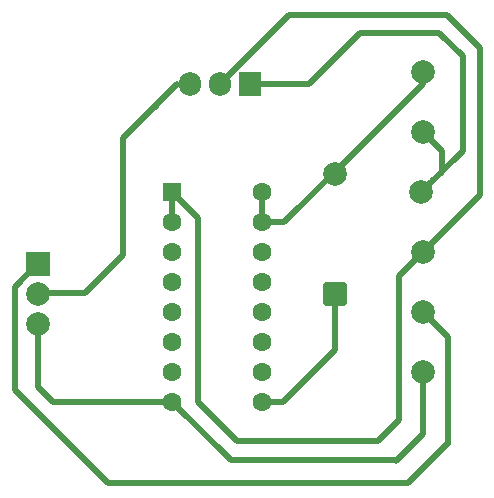
<source format=gbr>
%TF.GenerationSoftware,KiCad,Pcbnew,9.0.3-9.0.3-0~ubuntu24.04.1*%
%TF.CreationDate,2025-07-21T18:35:06+02:00*%
%TF.ProjectId,humidity-control,68756d69-6469-4747-992d-636f6e74726f,rev?*%
%TF.SameCoordinates,Original*%
%TF.FileFunction,Copper,L2,Bot*%
%TF.FilePolarity,Positive*%
%FSLAX46Y46*%
G04 Gerber Fmt 4.6, Leading zero omitted, Abs format (unit mm)*
G04 Created by KiCad (PCBNEW 9.0.3-9.0.3-0~ubuntu24.04.1) date 2025-07-21 18:35:06*
%MOMM*%
%LPD*%
G01*
G04 APERTURE LIST*
G04 Aperture macros list*
%AMRoundRect*
0 Rectangle with rounded corners*
0 $1 Rounding radius*
0 $2 $3 $4 $5 $6 $7 $8 $9 X,Y pos of 4 corners*
0 Add a 4 corners polygon primitive as box body*
4,1,4,$2,$3,$4,$5,$6,$7,$8,$9,$2,$3,0*
0 Add four circle primitives for the rounded corners*
1,1,$1+$1,$2,$3*
1,1,$1+$1,$4,$5*
1,1,$1+$1,$6,$7*
1,1,$1+$1,$8,$9*
0 Add four rect primitives between the rounded corners*
20,1,$1+$1,$2,$3,$4,$5,0*
20,1,$1+$1,$4,$5,$6,$7,0*
20,1,$1+$1,$6,$7,$8,$9,0*
20,1,$1+$1,$8,$9,$2,$3,0*%
G04 Aperture macros list end*
%TA.AperFunction,ComponentPad*%
%ADD10C,2.000000*%
%TD*%
%TA.AperFunction,ComponentPad*%
%ADD11R,2.000000X2.000000*%
%TD*%
%TA.AperFunction,ComponentPad*%
%ADD12RoundRect,0.250000X-0.550000X-0.550000X0.550000X-0.550000X0.550000X0.550000X-0.550000X0.550000X0*%
%TD*%
%TA.AperFunction,ComponentPad*%
%ADD13C,1.600000*%
%TD*%
%TA.AperFunction,ComponentPad*%
%ADD14RoundRect,0.250000X0.750000X-0.750000X0.750000X0.750000X-0.750000X0.750000X-0.750000X-0.750000X0*%
%TD*%
%TA.AperFunction,ComponentPad*%
%ADD15R,1.905000X2.000000*%
%TD*%
%TA.AperFunction,ComponentPad*%
%ADD16O,1.905000X2.000000*%
%TD*%
%TA.AperFunction,Conductor*%
%ADD17C,0.500000*%
%TD*%
%TA.AperFunction,Conductor*%
%ADD18C,0.200000*%
%TD*%
G04 APERTURE END LIST*
D10*
%TO.P,HDT11,3*%
%TO.N,N/C*%
X125018800Y-97332800D03*
%TO.P,HDT11,2*%
X125018800Y-94752800D03*
D11*
%TO.P,HDT11,1*%
X125018800Y-92252800D03*
%TD*%
D10*
%TO.P,,3*%
%TO.N,N/C*%
X157454600Y-86156800D03*
%TD*%
%TO.P,,6*%
%TO.N,N/C*%
X157581600Y-101396800D03*
%TD*%
%TO.P,,1*%
%TO.N,N/C*%
X157581600Y-75996800D03*
%TD*%
D12*
%TO.P,ULN7002A,1*%
%TO.N,N/C*%
X136321800Y-86131400D03*
D13*
%TO.P,ULN7002A,2*%
X136321800Y-88671400D03*
%TO.P,ULN7002A,3*%
X136321800Y-91211400D03*
%TO.P,ULN7002A,4*%
X136321800Y-93751400D03*
%TO.P,ULN7002A,5*%
X136321800Y-96291400D03*
%TO.P,ULN7002A,6*%
X136321800Y-98831400D03*
%TO.P,ULN7002A,7*%
X136321800Y-101371400D03*
%TO.P,ULN7002A,8*%
X136321800Y-103911400D03*
%TO.P,ULN7002A,9*%
X143941800Y-103911400D03*
%TO.P,ULN7002A,10*%
X143941800Y-101371400D03*
%TO.P,ULN7002A,11*%
X143941800Y-98831400D03*
%TO.P,ULN7002A,12*%
X143941800Y-96291400D03*
%TO.P,ULN7002A,13*%
X143941800Y-93751400D03*
%TO.P,ULN7002A,14*%
X143941800Y-91211400D03*
%TO.P,ULN7002A,15*%
X143941800Y-88671400D03*
%TO.P,ULN7002A,16*%
X143941800Y-86131400D03*
%TD*%
D14*
%TO.P,Diode,1*%
%TO.N,N/C*%
X150114000Y-94818200D03*
D10*
%TO.P,Diode,2*%
X150114000Y-84658200D03*
%TD*%
%TO.P,,4*%
%TO.N,N/C*%
X157581600Y-91236800D03*
%TD*%
%TO.P,,5*%
%TO.N,N/C*%
X157581600Y-96316800D03*
%TD*%
%TO.P,,2*%
%TO.N,N/C*%
X157581600Y-81076800D03*
%TD*%
D15*
%TO.P,L7805C,1*%
%TO.N,N/C*%
X142951200Y-76977200D03*
D16*
%TO.P,L7805C,2*%
X140411200Y-76977200D03*
%TO.P,L7805C,3*%
X137871200Y-76977200D03*
%TD*%
D17*
%TO.N,*%
X125018800Y-97332800D02*
X125018800Y-102666800D01*
X125018800Y-102666800D02*
X126288800Y-103936800D01*
X126288800Y-103936800D02*
X134546400Y-103936800D01*
X134546400Y-103936800D02*
X134571800Y-103911400D01*
X134571800Y-103911400D02*
X136321800Y-103911400D01*
X125018800Y-94752800D02*
X125114800Y-94656800D01*
X125114800Y-94656800D02*
X128990200Y-94656800D01*
X128990200Y-94656800D02*
X132207000Y-91440000D01*
X132207000Y-81559400D02*
X133870700Y-79895700D01*
X132207000Y-91440000D02*
X132207000Y-81559400D01*
X159668170Y-107430230D02*
X156303600Y-110794800D01*
X156303600Y-110794800D02*
X130886200Y-110794800D01*
X130886200Y-110794800D02*
X123018800Y-102927400D01*
X123018800Y-102927400D02*
X123018800Y-94156800D01*
X123018800Y-94156800D02*
X125018800Y-92156800D01*
X155308200Y-108864400D02*
X155333600Y-108889800D01*
X145821600Y-88696800D02*
X143967200Y-88696800D01*
X155549600Y-93268800D02*
X155549600Y-105460800D01*
X157581600Y-75996800D02*
X157581600Y-77012800D01*
X133870700Y-79895700D02*
X136753600Y-77012800D01*
X138571800Y-88381400D02*
X136321800Y-86131400D01*
X150941600Y-83576800D02*
X145821600Y-88696800D01*
X160934400Y-74649601D02*
X158941600Y-72656800D01*
X143941800Y-86131400D02*
X143941800Y-88671400D01*
X133870700Y-79895700D02*
X135026400Y-78740000D01*
X136351800Y-103911400D02*
X141304800Y-108864400D01*
X157581600Y-96316800D02*
X159715200Y-98450400D01*
X157581600Y-91236800D02*
X162407600Y-86410800D01*
X153797000Y-107213400D02*
X154038300Y-106972100D01*
X140445800Y-76663200D02*
X140725200Y-76663200D01*
X150114000Y-94818200D02*
X150114000Y-99491800D01*
X155333600Y-108889800D02*
X157581600Y-106641800D01*
X158941600Y-72656800D02*
X152450800Y-72656800D01*
X155549600Y-105460800D02*
X154038300Y-106972100D01*
X162407600Y-73964800D02*
X162407600Y-85521800D01*
X152222200Y-72656800D02*
X147901800Y-76977200D01*
X136321800Y-86131400D02*
X136321800Y-88671400D01*
X145694400Y-103911400D02*
X143941800Y-103911400D01*
X138571800Y-103944400D02*
X138571800Y-88381400D01*
X151017600Y-83576800D02*
X150941600Y-83576800D01*
X159156400Y-82651600D02*
X159156400Y-84455000D01*
X160934400Y-82677000D02*
X160934400Y-74649601D01*
X157581600Y-77012800D02*
X151017600Y-83576800D01*
X154038300Y-106972100D02*
X153771600Y-107238800D01*
X143941800Y-88671400D02*
X143981800Y-88631400D01*
X143967200Y-88696800D02*
X143941800Y-88671400D01*
X162407600Y-86410800D02*
X162407600Y-82499200D01*
X152450800Y-72656800D02*
X152222200Y-72656800D01*
X157581600Y-106641800D02*
X157581600Y-101396800D01*
X146243000Y-71145400D02*
X159588200Y-71145400D01*
X157454600Y-86156800D02*
X160934400Y-82677000D01*
X136321800Y-103911400D02*
X136571800Y-104161400D01*
X160934400Y-82677000D02*
X160934400Y-81737200D01*
X150114000Y-99491800D02*
X145694400Y-103911400D01*
X141840800Y-107213400D02*
X138571800Y-103944400D01*
X159156400Y-84455000D02*
X158381700Y-85229700D01*
X141304800Y-108864400D02*
X155308200Y-108864400D01*
X140725200Y-76663200D02*
X146243000Y-71145400D01*
X159588200Y-71145400D02*
X162407600Y-73964800D01*
D18*
X143941800Y-103911400D02*
X144161800Y-104131400D01*
D17*
X157581600Y-81076800D02*
X159156400Y-82651600D01*
X147901800Y-76977200D02*
X142951200Y-76977200D01*
X157581600Y-91236800D02*
X155549600Y-93268800D01*
X141840800Y-107213400D02*
X153797000Y-107213400D01*
X159715200Y-98450400D02*
X159715200Y-107492800D01*
X136321800Y-103911400D02*
X136351800Y-103911400D01*
%TD*%
M02*

</source>
